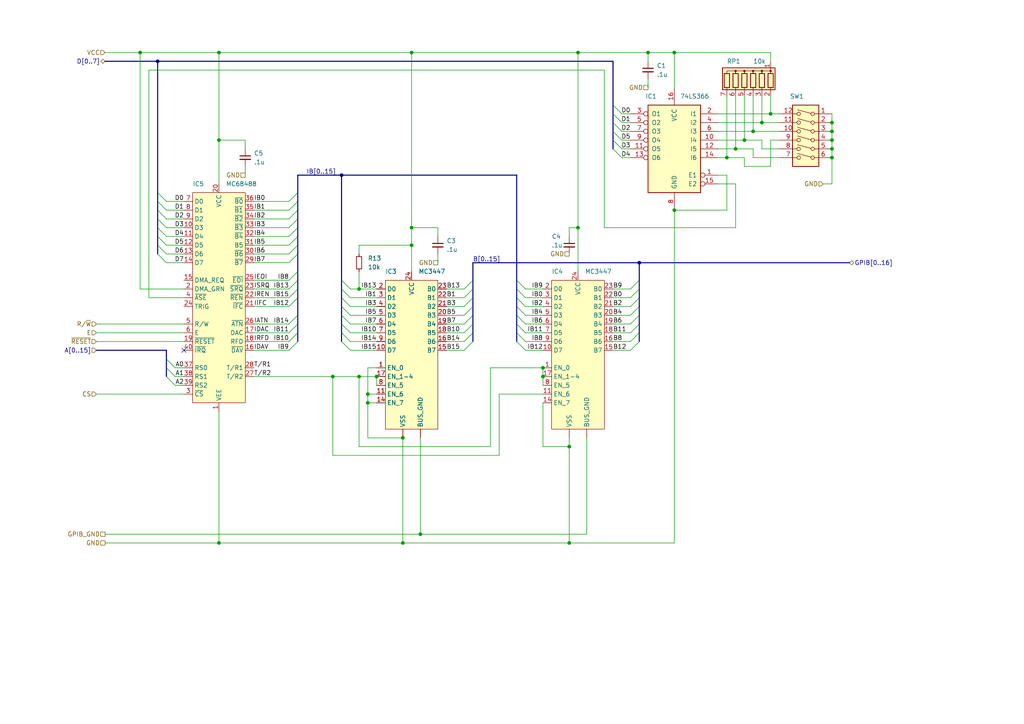
<source format=kicad_sch>
(kicad_sch (version 20211123) (generator eeschema)
  (paper "A4")
  (lib_symbols
    (symbol "74xx:74LS366" (pin_names (offset 1.016))
      (property "Reference" "U" (at -7.62 13.97 0))
      (property "Value" "74LS366" (at -7.62 -13.97 0))
      (symbol "74LS366_1_0"
        (pin input inverted (at -12.7 -7.62 0) (length 5.08) (name "E1") (number "1"))
        (pin input line (at -12.7 2.54 0) (length 5.08) (name "I4") (number "10"))
        (pin tri_state inverted (at 12.7 0 180) (length 5.08) (name "O5") (number "11"))
        (pin input line (at -12.7 0 0) (length 5.08) (name "I5") (number "12"))
        (pin tri_state inverted (at 12.7 -2.54 180) (length 5.08) (name "O6") (number "13"))
        (pin input line (at -12.7 -2.54 0) (length 5.08) (name "I6") (number "14"))
        (pin input inverted (at -12.7 -10.16 0) (length 5.08) (name "E2") (number "15"))
        (pin power_in line (at 0 17.78 270) (length 5.08) (name "VCC") (number "16"))
        (pin input line (at -12.7 10.16 0) (length 5.08) (name "I1") (number "2"))
        (pin tri_state inverted (at 12.7 10.16 180) (length 5.08) (name "O1") (number "3"))
        (pin input line (at -12.7 7.62 0) (length 5.08) (name "I2") (number "4"))
        (pin tri_state inverted (at 12.7 7.62 180) (length 5.08) (name "O2") (number "5"))
        (pin input line (at -12.7 5.08 0) (length 5.08) (name "I3") (number "6"))
        (pin tri_state inverted (at 12.7 5.08 180) (length 5.08) (name "O3") (number "7"))
        (pin power_in line (at 0 -17.78 90) (length 5.08) (name "GND") (number "8"))
        (pin tri_state inverted (at 12.7 2.54 180) (length 5.08) (name "O4") (number "9"))
      )
      (symbol "74LS366_1_1"
        (rectangle (start -7.62 12.7) (end 7.62 -12.7) (stroke (width 0.254)) (fill (type background)))
      )
    )
    (symbol "Custom:MC3447"
      (property "Reference" "U?" (at 12.7 0 0))
      (property "Value" "MC3447" (at 2.54 0 0))
      (symbol "MC3447_0_1"
        (rectangle (start 0 -2.54) (end 15.24 -45.72) (fill (type background)))
      )
      (symbol "MC3447_1_1"
        (pin input line (at 10.16 -48.26 90) (length 2.54) (name "BUS_GND") (number ""))
        (pin input line (at 5.08 -48.26 90) (length 2.54) (name "VSS") (number ""))
        (pin input line (at -2.54 -27.94 0) (length 2.54) (name "EN_0") (number "1"))
        (pin input line (at -2.54 -22.86 0) (length 2.54) (name "D7") (number "10"))
        (pin input line (at -2.54 -35.56 0) (length 2.54) (name "EN_6") (number "11"))
        (pin input line (at -2.54 -38.1 0) (length 2.54) (name "EN_7") (number "14"))
        (pin input line (at 17.78 -22.86 180) (length 2.54) (name "B7") (number "15"))
        (pin input line (at 17.78 -20.32 180) (length 2.54) (name "B6") (number "16"))
        (pin input line (at -2.54 -30.48 0) (length 2.54) (name "EN_1-4") (number "17"))
        (pin input line (at 17.78 -17.78 180) (length 2.54) (name "B5") (number "18"))
        (pin input line (at 17.78 -15.24 180) (length 2.54) (name "B4") (number "19"))
        (pin input line (at -2.54 -5.08 0) (length 2.54) (name "D0") (number "2"))
        (pin input line (at 17.78 -12.7 180) (length 2.54) (name "B3") (number "20"))
        (pin input line (at 17.78 -10.16 180) (length 2.54) (name "B2") (number "21"))
        (pin input line (at 17.78 -7.62 180) (length 2.54) (name "B1") (number "22"))
        (pin input line (at 17.78 -5.08 180) (length 2.54) (name "B0") (number "23"))
        (pin input line (at 7.62 0 270) (length 2.54) (name "VCC") (number "24"))
        (pin input line (at -2.54 -7.62 0) (length 2.54) (name "D1") (number "3"))
        (pin input line (at -2.54 -10.16 0) (length 2.54) (name "D2") (number "4"))
        (pin input line (at -2.54 -12.7 0) (length 2.54) (name "D3") (number "5"))
        (pin input line (at -2.54 -15.24 0) (length 2.54) (name "D4") (number "6"))
        (pin input line (at -2.54 -17.78 0) (length 2.54) (name "D5") (number "7"))
        (pin input line (at -2.54 -33.02 0) (length 2.54) (name "EN_5") (number "8"))
        (pin input line (at -2.54 -20.32 0) (length 2.54) (name "D6") (number "9"))
      )
    )
    (symbol "Custom:MC68488"
      (property "Reference" "U?" (at 12.7 0 0))
      (property "Value" "MC68488" (at 0 0 0))
      (symbol "MC68488_0_1"
        (rectangle (start 0 -2.54) (end 15.24 -63.5) (fill (type background)))
      )
      (symbol "MC68488_1_1"
        (pin input line (at 7.62 -66.04 90) (length 2.54) (name "VEE") (number "1"))
        (pin input line (at -2.54 -12.7 0) (length 2.54) (name "D3") (number "10"))
        (pin input line (at -2.54 -15.24 0) (length 2.54) (name "D4") (number "11"))
        (pin input line (at -2.54 -17.78 0) (length 2.54) (name "D5") (number "12"))
        (pin input line (at -2.54 -20.32 0) (length 2.54) (name "D6") (number "13"))
        (pin input line (at -2.54 -22.86 0) (length 2.54) (name "D7") (number "14"))
        (pin input line (at -2.54 -27.94 0) (length 2.54) (name "DMA_REQ") (number "15"))
        (pin input line (at 17.78 -48.26 180) (length 2.54) (name "~{DAV}") (number "16"))
        (pin input line (at 17.78 -43.18 180) (length 2.54) (name "DAC") (number "17"))
        (pin input line (at 17.78 -45.72 180) (length 2.54) (name "RFD") (number "18"))
        (pin input line (at -2.54 -45.72 0) (length 2.54) (name "~{RESET}") (number "19"))
        (pin input line (at -2.54 -30.48 0) (length 2.54) (name "DMA_GRN") (number "2"))
        (pin input line (at 7.62 0 270) (length 2.54) (name "VCC") (number "20"))
        (pin input line (at 17.78 -35.56 180) (length 2.54) (name "~{IFC}") (number "21"))
        (pin input line (at 17.78 -33.02 180) (length 2.54) (name "~{REN}") (number "22"))
        (pin input line (at 17.78 -30.48 180) (length 2.54) (name "~{SRQ}") (number "23"))
        (pin input line (at -2.54 -35.56 0) (length 2.54) (name "TRIG") (number "24"))
        (pin input line (at 17.78 -27.94 180) (length 2.54) (name "~{EOI}") (number "25"))
        (pin input line (at 17.78 -40.64 180) (length 2.54) (name "~{ATN}") (number "26"))
        (pin input line (at 17.78 -55.88 180) (length 2.54) (name "T/R2") (number "27"))
        (pin input line (at 17.78 -53.34 180) (length 2.54) (name "T/R1") (number "28"))
        (pin input line (at 17.78 -22.86 180) (length 2.54) (name "~{B7}") (number "29"))
        (pin input line (at -2.54 -60.96 0) (length 2.54) (name "~{CS}") (number "3"))
        (pin input line (at 17.78 -20.32 180) (length 2.54) (name "~{B6}") (number "30"))
        (pin input line (at 17.78 -17.78 180) (length 2.54) (name "~{}B5") (number "31"))
        (pin input line (at 17.78 -15.24 180) (length 2.54) (name "~{B4}") (number "32"))
        (pin input line (at 17.78 -12.7 180) (length 2.54) (name "~{B3}") (number "33"))
        (pin input line (at 17.78 -10.16 180) (length 2.54) (name "~{B2}") (number "34"))
        (pin input line (at 17.78 -7.62 180) (length 2.54) (name "~{B1}") (number "35"))
        (pin input line (at 17.78 -5.08 180) (length 2.54) (name "~{B0}") (number "36"))
        (pin input line (at -2.54 -53.34 0) (length 2.54) (name "RS0") (number "37"))
        (pin input line (at -2.54 -55.88 0) (length 2.54) (name "RS1") (number "38"))
        (pin input line (at -2.54 -58.42 0) (length 2.54) (name "RS2") (number "39"))
        (pin input line (at -2.54 -33.02 0) (length 2.54) (name "~{ASE}") (number "4"))
        (pin input line (at -2.54 -48.26 0) (length 2.54) (name "~{IRQ}") (number "40"))
        (pin input line (at -2.54 -40.64 0) (length 2.54) (name "R/W") (number "5"))
        (pin input line (at -2.54 -43.18 0) (length 2.54) (name "E") (number "6"))
        (pin input line (at -2.54 -5.08 0) (length 2.54) (name "D0") (number "7"))
        (pin input line (at -2.54 -7.62 0) (length 2.54) (name "D1") (number "8"))
        (pin input line (at -2.54 -10.16 0) (length 2.54) (name "D2") (number "9"))
      )
    )
    (symbol "Device:C_Small" (pin_numbers hide) (pin_names (offset 0.254) hide)
      (property "Reference" "C" (at 0.254 1.778 0))
      (property "Value" "C_Small" (at 0.254 -2.032 0))
      (symbol "C_Small_0_1"
        (polyline (pts (xy -1.524 -0.508) (xy 1.524 -0.508)) (stroke (width 0.3302)))
        (polyline (pts (xy -1.524 0.508) (xy 1.524 0.508)) (stroke (width 0.3048)))
      )
      (symbol "C_Small_1_1"
        (pin passive line (at 0 2.54 270) (length 2.032) (name "~") (number "1"))
        (pin passive line (at 0 -2.54 90) (length 2.032) (name "~") (number "2"))
      )
    )
    (symbol "Device:R_Network06" (pin_names (offset 0) hide)
      (property "Reference" "RN" (at -10.16 0 90))
      (property "Value" "R_Network06" (at 7.62 0 90))
      (symbol "R_Network06_0_1"
        (rectangle (start -8.89 -3.175) (end 6.35 3.175) (stroke (width 0.254)) (fill (type background)))
        (rectangle (start -8.382 1.524) (end -6.858 -2.54) (stroke (width 0.254)))
        (circle (center -7.62 2.286) (radius 0.254) (fill (type outline)))
        (rectangle (start -5.842 1.524) (end -4.318 -2.54) (stroke (width 0.254)))
        (circle (center -5.08 2.286) (radius 0.254) (fill (type outline)))
        (rectangle (start -3.302 1.524) (end -1.778 -2.54) (stroke (width 0.254)))
        (circle (center -2.54 2.286) (radius 0.254) (fill (type outline)))
        (rectangle (start -0.762 1.524) (end 0.762 -2.54) (stroke (width 0.254)))
        (polyline (pts (xy -7.62 -2.54) (xy -7.62 -3.81)))
        (polyline (pts (xy -5.08 -2.54) (xy -5.08 -3.81)))
        (polyline (pts (xy -2.54 -2.54) (xy -2.54 -3.81)))
        (polyline (pts (xy 0 -2.54) (xy 0 -3.81)))
        (polyline (pts (xy 2.54 -2.54) (xy 2.54 -3.81)))
        (polyline (pts (xy 5.08 -2.54) (xy 5.08 -3.81)))
        (polyline (pts (xy -7.62 1.524) (xy -7.62 2.286) (xy -5.08 2.286) (xy -5.08 1.524)))
        (polyline (pts (xy -5.08 1.524) (xy -5.08 2.286) (xy -2.54 2.286) (xy -2.54 1.524)))
        (polyline (pts (xy -2.54 1.524) (xy -2.54 2.286) (xy 0 2.286) (xy 0 1.524)))
        (polyline (pts (xy 0 1.524) (xy 0 2.286) (xy 2.54 2.286) (xy 2.54 1.524)))
        (polyline (pts (xy 2.54 1.524) (xy 2.54 2.286) (xy 5.08 2.286) (xy 5.08 1.524)))
        (circle (center 0 2.286) (radius 0.254) (fill (type outline)))
        (rectangle (start 1.778 1.524) (end 3.302 -2.54) (stroke (width 0.254)))
        (circle (center 2.54 2.286) (radius 0.254) (fill (type outline)))
        (rectangle (start 4.318 1.524) (end 5.842 -2.54) (stroke (width 0.254)))
      )
      (symbol "R_Network06_1_1"
        (pin passive line (at -7.62 5.08 270) (length 2.54) (name "common") (number "1"))
        (pin passive line (at -7.62 -5.08 90) (length 1.27) (name "R1") (number "2"))
        (pin passive line (at -5.08 -5.08 90) (length 1.27) (name "R2") (number "3"))
        (pin passive line (at -2.54 -5.08 90) (length 1.27) (name "R3") (number "4"))
        (pin passive line (at 0 -5.08 90) (length 1.27) (name "R4") (number "5"))
        (pin passive line (at 2.54 -5.08 90) (length 1.27) (name "R5") (number "6"))
        (pin passive line (at 5.08 -5.08 90) (length 1.27) (name "R6") (number "7"))
      )
    )
    (symbol "Device:R_Small" (pin_numbers hide) (pin_names (offset 0.254) hide)
      (property "Reference" "R" (at 0.762 0.508 0))
      (property "Value" "R_Small" (at 0.762 -1.016 0))
      (symbol "R_Small_0_1"
        (rectangle (start -0.762 1.778) (end 0.762 -1.778) (stroke (width 0.2032)))
      )
      (symbol "R_Small_1_1"
        (pin passive line (at 0 2.54 270) (length 0.762) (name "~") (number "1"))
        (pin passive line (at 0 -2.54 90) (length 0.762) (name "~") (number "2"))
      )
    )
    (symbol "Switch:SW_DIP_x06" (pin_names (offset 0) hide)
      (property "Reference" "SW" (at 0 11.43 0))
      (property "Value" "SW_DIP_x06" (at 0 -8.89 0))
      (symbol "SW_DIP_x06_0_0"
        (circle (center -2.032 -5.08) (radius 0.508))
        (circle (center -2.032 -2.54) (radius 0.508))
        (circle (center -2.032 0) (radius 0.508))
        (circle (center -2.032 2.54) (radius 0.508))
        (circle (center -2.032 5.08) (radius 0.508))
        (circle (center -2.032 7.62) (radius 0.508))
        (polyline (pts (xy -1.524 -4.9276) (xy 2.3622 -3.8862)))
        (polyline (pts (xy -1.524 -2.3876) (xy 2.3622 -1.3462)))
        (polyline (pts (xy -1.524 0.127) (xy 2.3622 1.1684)))
        (polyline (pts (xy -1.524 2.667) (xy 2.3622 3.7084)))
        (polyline (pts (xy -1.524 5.207) (xy 2.3622 6.2484)))
        (polyline (pts (xy -1.524 7.747) (xy 2.3622 8.7884)))
        (circle (center 2.032 -5.08) (radius 0.508))
        (circle (center 2.032 -2.54) (radius 0.508))
        (circle (center 2.032 0) (radius 0.508))
        (circle (center 2.032 2.54) (radius 0.508))
        (circle (center 2.032 5.08) (radius 0.508))
        (circle (center 2.032 7.62) (radius 0.508))
      )
      (symbol "SW_DIP_x06_0_1"
        (rectangle (start -3.81 10.16) (end 3.81 -7.62) (stroke (width 0.254)) (fill (type background)))
      )
      (symbol "SW_DIP_x06_1_1"
        (pin passive line (at -7.62 7.62 0) (length 5.08) (name "~") (number "1"))
        (pin passive line (at 7.62 2.54 180) (length 5.08) (name "~") (number "10"))
        (pin passive line (at 7.62 5.08 180) (length 5.08) (name "~") (number "11"))
        (pin passive line (at 7.62 7.62 180) (length 5.08) (name "~") (number "12"))
        (pin passive line (at -7.62 5.08 0) (length 5.08) (name "~") (number "2"))
        (pin passive line (at -7.62 2.54 0) (length 5.08) (name "~") (number "3"))
        (pin passive line (at -7.62 0 0) (length 5.08) (name "~") (number "4"))
        (pin passive line (at -7.62 -2.54 0) (length 5.08) (name "~") (number "5"))
        (pin passive line (at -7.62 -5.08 0) (length 5.08) (name "~") (number "6"))
        (pin passive line (at 7.62 -5.08 180) (length 5.08) (name "~") (number "7"))
        (pin passive line (at 7.62 -2.54 180) (length 5.08) (name "~") (number "8"))
        (pin passive line (at 7.62 0 180) (length 5.08) (name "~") (number "9"))
      )
    )
  )
  (junction (at 121.92 154.94))
  (junction (at 241.3 43.18))
  (junction (at 167.64 15.24))
  (junction (at 213.36 43.18))
  (junction (at 119.38 71.12))
  (junction (at 116.84 157.48))
  (junction (at 119.38 15.24))
  (junction (at 157.48 106.68))
  (junction (at 241.3 35.56))
  (junction (at 187.96 15.24))
  (junction (at 241.3 40.64))
  (junction (at 104.14 83.82))
  (junction (at 96.52 109.22))
  (junction (at 185.42 76.2))
  (junction (at 195.58 60.96))
  (junction (at 215.9 40.64))
  (junction (at 63.5 15.24))
  (junction (at 167.64 66.04))
  (junction (at 63.5 157.48))
  (junction (at 195.58 15.24))
  (junction (at 119.38 66.04))
  (junction (at 40.64 15.24))
  (junction (at 106.68 114.3))
  (junction (at 45.72 17.78))
  (junction (at 165.1 157.48))
  (junction (at 63.5 40.64))
  (junction (at 99.06 50.8))
  (junction (at 220.98 35.56))
  (junction (at 116.84 127))
  (junction (at 210.82 45.72))
  (junction (at 218.44 38.1))
  (junction (at 223.52 33.02))
  (junction (at 109.22 109.22))
  (junction (at 157.48 109.22))
  (junction (at 241.3 38.1))
  (junction (at 104.14 109.22))
  (junction (at 241.3 45.72))
  (junction (at 165.1 129.54))
  (junction (at 106.68 116.84))
  (no_connect (at 53.34 101.6))
  (bus_entry (at 177.8 30.48) (size 2.54 2.54))
  (bus_entry (at 177.8 33.02) (size 2.54 2.54))
  (bus_entry (at 177.8 35.56) (size 2.54 2.54))
  (bus_entry (at 177.8 40.64) (size 2.54 2.54))
  (bus_entry (at 177.8 43.18) (size 2.54 2.54))
  (bus_entry (at 177.8 38.1) (size 2.54 2.54))
  (bus_entry (at 48.26 109.22) (size 2.54 2.54))
  (bus_entry (at 48.26 104.14) (size 2.54 2.54))
  (bus_entry (at 48.26 106.68) (size 2.54 2.54))
  (bus_entry (at 45.72 71.12) (size 2.54 2.54))
  (bus_entry (at 45.72 73.66) (size 2.54 2.54))
  (bus_entry (at 45.72 68.58) (size 2.54 2.54))
  (bus_entry (at 45.72 58.42) (size 2.54 2.54))
  (bus_entry (at 45.72 60.96) (size 2.54 2.54))
  (bus_entry (at 45.72 63.5) (size 2.54 2.54))
  (bus_entry (at 45.72 66.04) (size 2.54 2.54))
  (bus_entry (at 45.72 55.88) (size 2.54 2.54))
  (bus_entry (at 149.86 88.9) (size 2.54 2.54))
  (bus_entry (at 149.86 91.44) (size 2.54 2.54))
  (bus_entry (at 149.86 93.98) (size 2.54 2.54))
  (bus_entry (at 149.86 96.52) (size 2.54 2.54))
  (bus_entry (at 149.86 99.06) (size 2.54 2.54))
  (bus_entry (at 149.86 81.28) (size 2.54 2.54))
  (bus_entry (at 99.06 81.28) (size 2.54 2.54))
  (bus_entry (at 99.06 83.82) (size 2.54 2.54))
  (bus_entry (at 149.86 83.82) (size 2.54 2.54))
  (bus_entry (at 149.86 86.36) (size 2.54 2.54))
  (bus_entry (at 99.06 93.98) (size 2.54 2.54))
  (bus_entry (at 99.06 86.36) (size 2.54 2.54))
  (bus_entry (at 99.06 88.9) (size 2.54 2.54))
  (bus_entry (at 99.06 91.44) (size 2.54 2.54))
  (bus_entry (at 99.06 96.52) (size 2.54 2.54))
  (bus_entry (at 99.06 99.06) (size 2.54 2.54))
  (bus_entry (at 86.36 73.66) (size -2.54 2.54))
  (bus_entry (at 86.36 68.58) (size -2.54 2.54))
  (bus_entry (at 86.36 66.04) (size -2.54 2.54))
  (bus_entry (at 86.36 71.12) (size -2.54 2.54))
  (bus_entry (at 86.36 86.36) (size -2.54 2.54))
  (bus_entry (at 86.36 78.74) (size -2.54 2.54))
  (bus_entry (at 86.36 81.28) (size -2.54 2.54))
  (bus_entry (at 86.36 83.82) (size -2.54 2.54))
  (bus_entry (at 86.36 58.42) (size -2.54 2.54))
  (bus_entry (at 86.36 60.96) (size -2.54 2.54))
  (bus_entry (at 86.36 55.88) (size -2.54 2.54))
  (bus_entry (at 86.36 63.5) (size -2.54 2.54))
  (bus_entry (at 86.36 96.52) (size -2.54 2.54))
  (bus_entry (at 86.36 99.06) (size -2.54 2.54))
  (bus_entry (at 86.36 93.98) (size -2.54 2.54))
  (bus_entry (at 86.36 91.44) (size -2.54 2.54))
  (bus_entry (at 182.88 99.06) (size 2.54 -2.54))
  (bus_entry (at 134.62 83.82) (size 2.54 -2.54))
  (bus_entry (at 134.62 86.36) (size 2.54 -2.54))
  (bus_entry (at 134.62 88.9) (size 2.54 -2.54))
  (bus_entry (at 134.62 91.44) (size 2.54 -2.54))
  (bus_entry (at 134.62 93.98) (size 2.54 -2.54))
  (bus_entry (at 134.62 96.52) (size 2.54 -2.54))
  (bus_entry (at 134.62 99.06) (size 2.54 -2.54))
  (bus_entry (at 134.62 101.6) (size 2.54 -2.54))
  (bus_entry (at 182.88 91.44) (size 2.54 -2.54))
  (bus_entry (at 182.88 93.98) (size 2.54 -2.54))
  (bus_entry (at 182.88 96.52) (size 2.54 -2.54))
  (bus_entry (at 182.88 101.6) (size 2.54 -2.54))
  (bus_entry (at 182.88 83.82) (size 2.54 -2.54))
  (bus_entry (at 182.88 86.36) (size 2.54 -2.54))
  (bus_entry (at 182.88 88.9) (size 2.54 -2.54))
  (bus (pts (xy 149.86 81.28) (xy 149.86 83.82)))
  (wire (pts (xy 43.18 86.36) (xy 53.34 86.36)))
  (bus (pts (xy 185.42 91.44) (xy 185.42 93.98)))
  (wire (pts (xy 127 68.58) (xy 127 66.04)))
  (wire (pts (xy 220.98 43.18) (xy 220.98 40.64)))
  (wire (pts (xy 241.3 40.64) (xy 241.3 43.18)))
  (wire (pts (xy 96.52 132.08) (xy 96.52 109.22)))
  (wire (pts (xy 165.1 157.48) (xy 195.58 157.48)))
  (wire (pts (xy 104.14 83.82) (xy 109.22 83.82)))
  (wire (pts (xy 73.66 68.58) (xy 83.82 68.58)))
  (wire (pts (xy 48.26 58.42) (xy 53.34 58.42)))
  (wire (pts (xy 177.8 101.6) (xy 182.88 101.6)))
  (wire (pts (xy 73.66 99.06) (xy 83.82 99.06)))
  (bus (pts (xy 99.06 81.28) (xy 99.06 83.82)))
  (wire (pts (xy 152.4 86.36) (xy 157.48 86.36)))
  (wire (pts (xy 116.84 127) (xy 116.84 157.48)))
  (wire (pts (xy 129.54 101.6) (xy 134.62 101.6)))
  (wire (pts (xy 119.38 15.24) (xy 119.38 66.04)))
  (bus (pts (xy 86.36 73.66) (xy 86.36 78.74)))
  (wire (pts (xy 175.26 66.04) (xy 213.36 66.04)))
  (bus (pts (xy 45.72 68.58) (xy 45.72 71.12)))
  (wire (pts (xy 210.82 50.8) (xy 210.82 60.96)))
  (bus (pts (xy 86.36 91.44) (xy 86.36 93.98)))
  (wire (pts (xy 127 76.2) (xy 127 73.66)))
  (bus (pts (xy 99.06 96.52) (xy 99.06 99.06)))
  (bus (pts (xy 86.36 60.96) (xy 86.36 63.5)))
  (wire (pts (xy 223.52 33.02) (xy 208.28 33.02)))
  (bus (pts (xy 137.16 76.2) (xy 137.16 81.28)))
  (bus (pts (xy 149.86 86.36) (xy 149.86 88.9)))
  (wire (pts (xy 165.1 66.04) (xy 165.1 68.58)))
  (wire (pts (xy 220.98 40.64) (xy 215.9 40.64)))
  (wire (pts (xy 157.48 106.68) (xy 157.48 109.22)))
  (wire (pts (xy 195.58 60.96) (xy 195.58 157.48)))
  (wire (pts (xy 104.14 109.22) (xy 109.22 109.22)))
  (wire (pts (xy 63.5 40.64) (xy 71.12 40.64)))
  (wire (pts (xy 104.14 71.12) (xy 119.38 71.12)))
  (wire (pts (xy 101.6 86.36) (xy 109.22 86.36)))
  (wire (pts (xy 73.66 86.36) (xy 83.82 86.36)))
  (wire (pts (xy 218.44 45.72) (xy 218.44 43.18)))
  (bus (pts (xy 149.86 88.9) (xy 149.86 91.44)))
  (bus (pts (xy 185.42 76.2) (xy 185.42 81.28)))
  (wire (pts (xy 213.36 66.04) (xy 213.36 53.34)))
  (wire (pts (xy 73.66 81.28) (xy 83.82 81.28)))
  (wire (pts (xy 121.92 154.94) (xy 170.18 154.94)))
  (wire (pts (xy 215.9 27.94) (xy 215.9 40.64)))
  (wire (pts (xy 167.64 15.24) (xy 187.96 15.24)))
  (wire (pts (xy 129.54 93.98) (xy 134.62 93.98)))
  (wire (pts (xy 180.34 35.56) (xy 182.88 35.56)))
  (wire (pts (xy 101.6 91.44) (xy 109.22 91.44)))
  (bus (pts (xy 86.36 81.28) (xy 86.36 83.82)))
  (wire (pts (xy 129.54 99.06) (xy 134.62 99.06)))
  (wire (pts (xy 129.54 86.36) (xy 134.62 86.36)))
  (wire (pts (xy 129.54 83.82) (xy 134.62 83.82)))
  (wire (pts (xy 106.68 116.84) (xy 106.68 127)))
  (bus (pts (xy 45.72 17.78) (xy 45.72 55.88)))
  (wire (pts (xy 177.8 96.52) (xy 182.88 96.52)))
  (wire (pts (xy 27.94 114.3) (xy 53.34 114.3)))
  (wire (pts (xy 223.52 48.26) (xy 215.9 48.26)))
  (bus (pts (xy 86.36 93.98) (xy 86.36 96.52)))
  (wire (pts (xy 177.8 88.9) (xy 182.88 88.9)))
  (wire (pts (xy 101.6 88.9) (xy 109.22 88.9)))
  (bus (pts (xy 27.94 101.6) (xy 48.26 101.6)))
  (wire (pts (xy 238.76 53.34) (xy 241.3 53.34)))
  (bus (pts (xy 45.72 66.04) (xy 45.72 68.58)))
  (wire (pts (xy 40.64 15.24) (xy 63.5 15.24)))
  (bus (pts (xy 177.8 40.64) (xy 177.8 38.1)))
  (bus (pts (xy 99.06 50.8) (xy 99.06 81.28)))
  (bus (pts (xy 99.06 50.8) (xy 149.86 50.8)))
  (wire (pts (xy 187.96 15.24) (xy 187.96 17.78)))
  (wire (pts (xy 101.6 99.06) (xy 109.22 99.06)))
  (bus (pts (xy 86.36 55.88) (xy 86.36 58.42)))
  (bus (pts (xy 99.06 86.36) (xy 99.06 88.9)))
  (wire (pts (xy 226.06 45.72) (xy 218.44 45.72)))
  (wire (pts (xy 165.1 66.04) (xy 167.64 66.04)))
  (wire (pts (xy 73.66 88.9) (xy 83.82 88.9)))
  (wire (pts (xy 142.24 129.54) (xy 104.14 129.54)))
  (wire (pts (xy 73.66 101.6) (xy 83.82 101.6)))
  (bus (pts (xy 149.86 50.8) (xy 149.86 81.28)))
  (wire (pts (xy 208.28 53.34) (xy 213.36 53.34)))
  (wire (pts (xy 144.78 114.3) (xy 144.78 132.08)))
  (wire (pts (xy 119.38 66.04) (xy 119.38 71.12)))
  (bus (pts (xy 99.06 93.98) (xy 99.06 96.52)))
  (wire (pts (xy 48.26 76.2) (xy 53.34 76.2)))
  (bus (pts (xy 185.42 96.52) (xy 185.42 99.06)))
  (wire (pts (xy 208.28 50.8) (xy 210.82 50.8)))
  (wire (pts (xy 73.66 58.42) (xy 83.82 58.42)))
  (wire (pts (xy 177.8 93.98) (xy 182.88 93.98)))
  (wire (pts (xy 175.26 20.32) (xy 175.26 66.04)))
  (wire (pts (xy 129.54 96.52) (xy 134.62 96.52)))
  (wire (pts (xy 73.66 71.12) (xy 83.82 71.12)))
  (bus (pts (xy 45.72 63.5) (xy 45.72 66.04)))
  (wire (pts (xy 106.68 116.84) (xy 109.22 116.84)))
  (wire (pts (xy 119.38 71.12) (xy 119.38 78.74)))
  (bus (pts (xy 137.16 83.82) (xy 137.16 86.36)))
  (wire (pts (xy 152.4 93.98) (xy 157.48 93.98)))
  (bus (pts (xy 45.72 58.42) (xy 45.72 60.96)))
  (wire (pts (xy 121.92 127) (xy 121.92 154.94)))
  (wire (pts (xy 101.6 96.52) (xy 109.22 96.52)))
  (wire (pts (xy 215.9 40.64) (xy 208.28 40.64)))
  (wire (pts (xy 104.14 109.22) (xy 104.14 129.54)))
  (wire (pts (xy 73.66 63.5) (xy 83.82 63.5)))
  (wire (pts (xy 73.66 73.66) (xy 83.82 73.66)))
  (wire (pts (xy 226.06 43.18) (xy 220.98 43.18)))
  (wire (pts (xy 48.26 60.96) (xy 53.34 60.96)))
  (bus (pts (xy 86.36 78.74) (xy 86.36 81.28)))
  (bus (pts (xy 185.42 83.82) (xy 185.42 86.36)))
  (wire (pts (xy 40.64 15.24) (xy 40.64 83.82)))
  (wire (pts (xy 180.34 33.02) (xy 182.88 33.02)))
  (bus (pts (xy 45.72 71.12) (xy 45.72 73.66)))
  (wire (pts (xy 106.68 127) (xy 116.84 127)))
  (wire (pts (xy 220.98 35.56) (xy 208.28 35.56)))
  (bus (pts (xy 185.42 81.28) (xy 185.42 83.82)))
  (wire (pts (xy 187.96 25.4) (xy 187.96 22.86)))
  (wire (pts (xy 63.5 15.24) (xy 119.38 15.24)))
  (wire (pts (xy 220.98 27.94) (xy 220.98 35.56)))
  (bus (pts (xy 86.36 63.5) (xy 86.36 66.04)))
  (wire (pts (xy 180.34 45.72) (xy 182.88 45.72)))
  (wire (pts (xy 152.4 91.44) (xy 157.48 91.44)))
  (wire (pts (xy 73.66 76.2) (xy 83.82 76.2)))
  (wire (pts (xy 152.4 88.9) (xy 157.48 88.9)))
  (wire (pts (xy 48.26 73.66) (xy 53.34 73.66)))
  (wire (pts (xy 71.12 50.8) (xy 71.12 48.26)))
  (bus (pts (xy 99.06 83.82) (xy 99.06 86.36)))
  (bus (pts (xy 177.8 43.18) (xy 177.8 40.64)))
  (wire (pts (xy 119.38 15.24) (xy 167.64 15.24)))
  (wire (pts (xy 157.48 109.22) (xy 157.48 111.76)))
  (wire (pts (xy 177.8 86.36) (xy 182.88 86.36)))
  (wire (pts (xy 152.4 101.6) (xy 157.48 101.6)))
  (wire (pts (xy 177.8 99.06) (xy 182.88 99.06)))
  (wire (pts (xy 180.34 43.18) (xy 182.88 43.18)))
  (wire (pts (xy 241.3 45.72) (xy 241.3 53.34)))
  (bus (pts (xy 86.36 66.04) (xy 86.36 68.58)))
  (wire (pts (xy 101.6 93.98) (xy 109.22 93.98)))
  (bus (pts (xy 177.8 35.56) (xy 177.8 33.02)))
  (wire (pts (xy 27.94 99.06) (xy 53.34 99.06)))
  (wire (pts (xy 73.66 96.52) (xy 83.82 96.52)))
  (wire (pts (xy 213.36 27.94) (xy 213.36 43.18)))
  (wire (pts (xy 226.06 40.64) (xy 223.52 40.64)))
  (bus (pts (xy 86.36 86.36) (xy 86.36 91.44)))
  (wire (pts (xy 30.48 154.94) (xy 121.92 154.94)))
  (wire (pts (xy 215.9 48.26) (xy 215.9 45.72)))
  (wire (pts (xy 73.66 109.22) (xy 96.52 109.22)))
  (wire (pts (xy 157.48 129.54) (xy 165.1 129.54)))
  (bus (pts (xy 149.86 91.44) (xy 149.86 93.98)))
  (wire (pts (xy 101.6 83.82) (xy 104.14 83.82)))
  (wire (pts (xy 48.26 71.12) (xy 53.34 71.12)))
  (bus (pts (xy 86.36 50.8) (xy 86.36 55.88)))
  (wire (pts (xy 144.78 132.08) (xy 96.52 132.08)))
  (bus (pts (xy 177.8 30.48) (xy 177.8 17.78)))
  (wire (pts (xy 223.52 40.64) (xy 223.52 48.26)))
  (wire (pts (xy 27.94 96.52) (xy 53.34 96.52)))
  (wire (pts (xy 218.44 27.94) (xy 218.44 38.1)))
  (bus (pts (xy 137.16 96.52) (xy 137.16 99.06)))
  (wire (pts (xy 101.6 101.6) (xy 109.22 101.6)))
  (wire (pts (xy 210.82 45.72) (xy 208.28 45.72)))
  (wire (pts (xy 50.8 106.68) (xy 53.34 106.68)))
  (bus (pts (xy 177.8 38.1) (xy 177.8 35.56)))
  (wire (pts (xy 116.84 157.48) (xy 165.1 157.48)))
  (wire (pts (xy 73.66 66.04) (xy 83.82 66.04)))
  (bus (pts (xy 149.86 83.82) (xy 149.86 86.36)))
  (wire (pts (xy 213.36 43.18) (xy 208.28 43.18)))
  (wire (pts (xy 43.18 20.32) (xy 43.18 86.36)))
  (bus (pts (xy 99.06 91.44) (xy 99.06 93.98)))
  (wire (pts (xy 71.12 43.18) (xy 71.12 40.64)))
  (bus (pts (xy 149.86 93.98) (xy 149.86 96.52)))
  (wire (pts (xy 167.64 15.24) (xy 167.64 66.04)))
  (bus (pts (xy 48.26 106.68) (xy 48.26 109.22)))
  (wire (pts (xy 241.3 33.02) (xy 241.3 35.56)))
  (bus (pts (xy 86.36 50.8) (xy 99.06 50.8)))
  (wire (pts (xy 241.3 38.1) (xy 241.3 40.64)))
  (wire (pts (xy 129.54 91.44) (xy 134.62 91.44)))
  (wire (pts (xy 48.26 68.58) (xy 53.34 68.58)))
  (wire (pts (xy 223.52 15.24) (xy 223.52 17.78)))
  (wire (pts (xy 170.18 127) (xy 170.18 154.94)))
  (bus (pts (xy 177.8 33.02) (xy 177.8 30.48)))
  (wire (pts (xy 167.64 66.04) (xy 167.64 78.74)))
  (wire (pts (xy 43.18 20.32) (xy 175.26 20.32)))
  (wire (pts (xy 142.24 106.68) (xy 142.24 129.54)))
  (bus (pts (xy 86.36 83.82) (xy 86.36 86.36)))
  (wire (pts (xy 48.26 66.04) (xy 53.34 66.04)))
  (wire (pts (xy 165.1 129.54) (xy 165.1 157.48)))
  (wire (pts (xy 180.34 38.1) (xy 182.88 38.1)))
  (bus (pts (xy 30.48 17.78) (xy 45.72 17.78)))
  (wire (pts (xy 177.8 91.44) (xy 182.88 91.44)))
  (wire (pts (xy 195.58 15.24) (xy 195.58 25.4)))
  (bus (pts (xy 86.36 71.12) (xy 86.36 73.66)))
  (bus (pts (xy 48.26 101.6) (xy 48.26 104.14)))
  (bus (pts (xy 185.42 76.2) (xy 246.38 76.2)))
  (wire (pts (xy 187.96 15.24) (xy 195.58 15.24)))
  (wire (pts (xy 73.66 93.98) (xy 83.82 93.98)))
  (bus (pts (xy 45.72 60.96) (xy 45.72 63.5)))
  (bus (pts (xy 99.06 88.9) (xy 99.06 91.44)))
  (wire (pts (xy 223.52 27.94) (xy 223.52 33.02)))
  (wire (pts (xy 106.68 114.3) (xy 109.22 114.3)))
  (wire (pts (xy 48.26 63.5) (xy 53.34 63.5)))
  (wire (pts (xy 50.8 111.76) (xy 53.34 111.76)))
  (bus (pts (xy 45.72 55.88) (xy 45.72 58.42)))
  (wire (pts (xy 40.64 83.82) (xy 53.34 83.82)))
  (wire (pts (xy 63.5 157.48) (xy 116.84 157.48)))
  (wire (pts (xy 226.06 38.1) (xy 218.44 38.1)))
  (bus (pts (xy 137.16 91.44) (xy 137.16 93.98)))
  (wire (pts (xy 63.5 40.64) (xy 63.5 53.34)))
  (wire (pts (xy 63.5 119.38) (xy 63.5 157.48)))
  (bus (pts (xy 137.16 86.36) (xy 137.16 88.9)))
  (wire (pts (xy 157.48 116.84) (xy 157.48 129.54)))
  (wire (pts (xy 50.8 109.22) (xy 53.34 109.22)))
  (wire (pts (xy 210.82 27.94) (xy 210.82 45.72)))
  (wire (pts (xy 218.44 43.18) (xy 213.36 43.18)))
  (bus (pts (xy 86.36 58.42) (xy 86.36 60.96)))
  (wire (pts (xy 109.22 109.22) (xy 109.22 111.76)))
  (bus (pts (xy 185.42 88.9) (xy 185.42 91.44)))
  (wire (pts (xy 104.14 71.12) (xy 104.14 73.66)))
  (wire (pts (xy 106.68 114.3) (xy 106.68 116.84)))
  (wire (pts (xy 104.14 78.74) (xy 104.14 83.82)))
  (wire (pts (xy 109.22 106.68) (xy 106.68 106.68)))
  (bus (pts (xy 137.16 81.28) (xy 137.16 83.82)))
  (bus (pts (xy 45.72 17.78) (xy 177.8 17.78)))
  (wire (pts (xy 152.4 96.52) (xy 157.48 96.52)))
  (bus (pts (xy 149.86 96.52) (xy 149.86 99.06)))
  (wire (pts (xy 152.4 99.06) (xy 157.48 99.06)))
  (bus (pts (xy 185.42 86.36) (xy 185.42 88.9)))
  (bus (pts (xy 48.26 104.14) (xy 48.26 106.68)))
  (wire (pts (xy 215.9 45.72) (xy 210.82 45.72)))
  (wire (pts (xy 177.8 83.82) (xy 182.88 83.82)))
  (wire (pts (xy 27.94 93.98) (xy 53.34 93.98)))
  (wire (pts (xy 73.66 83.82) (xy 83.82 83.82)))
  (wire (pts (xy 241.3 35.56) (xy 241.3 38.1)))
  (wire (pts (xy 226.06 33.02) (xy 223.52 33.02)))
  (wire (pts (xy 157.48 106.68) (xy 142.24 106.68)))
  (wire (pts (xy 210.82 60.96) (xy 195.58 60.96)))
  (wire (pts (xy 195.58 15.24) (xy 223.52 15.24)))
  (bus (pts (xy 137.16 88.9) (xy 137.16 91.44)))
  (bus (pts (xy 185.42 93.98) (xy 185.42 96.52)))
  (wire (pts (xy 30.48 157.48) (xy 63.5 157.48)))
  (wire (pts (xy 218.44 38.1) (xy 208.28 38.1)))
  (wire (pts (xy 73.66 60.96) (xy 83.82 60.96)))
  (wire (pts (xy 241.3 43.18) (xy 241.3 45.72)))
  (wire (pts (xy 119.38 66.04) (xy 127 66.04)))
  (bus (pts (xy 86.36 96.52) (xy 86.36 99.06)))
  (wire (pts (xy 165.1 127) (xy 165.1 129.54)))
  (wire (pts (xy 30.48 15.24) (xy 40.64 15.24)))
  (wire (pts (xy 129.54 88.9) (xy 134.62 88.9)))
  (wire (pts (xy 226.06 35.56) (xy 220.98 35.56)))
  (wire (pts (xy 96.52 109.22) (xy 104.14 109.22)))
  (wire (pts (xy 152.4 83.82) (xy 157.48 83.82)))
  (bus (pts (xy 86.36 68.58) (xy 86.36 71.12)))
  (wire (pts (xy 180.34 40.64) (xy 182.88 40.64)))
  (bus (pts (xy 137.16 93.98) (xy 137.16 96.52)))
  (wire (pts (xy 106.68 106.68) (xy 106.68 114.3)))
  (wire (pts (xy 63.5 15.24) (xy 63.5 40.64)))
  (wire (pts (xy 157.48 114.3) (xy 144.78 114.3)))
  (bus (pts (xy 185.42 76.2) (xy 137.16 76.2)))
  (label "IB0" (at 73.66 58.42 0))
  (label "B0" (at 177.8 86.36 0))
  (label "IB14" (at 109.22 99.06 180))
  (label "IB3" (at 109.22 88.9 180))
  (label "B13" (at 129.54 83.82 0))
  (label "D0" (at 182.88 33.02 180))
  (label "B1" (at 129.54 86.36 0))
  (label "T{slash}R2" (at 73.66 109.22 0))
  (label "B10" (at 129.54 96.52 0))
  (label "IRFD" (at 73.66 99.06 0))
  (label "B2" (at 177.8 88.9 0))
  (label "B[0..15]" (at 137.16 76.2 0))
  (label "IB14" (at 83.82 93.98 180))
  (label "B8" (at 177.8 99.06 0))
  (label "D0" (at 53.34 58.42 180))
  (label "IB1" (at 73.66 60.96 0))
  (label "D4" (at 182.88 45.72 180))
  (label "B6" (at 177.8 93.98 0))
  (label "IREN" (at 73.66 86.36 0))
  (label "B7" (at 129.54 93.98 0))
  (label "IB7" (at 73.66 76.2 0))
  (label "IB5" (at 109.22 91.44 180))
  (label "IB4" (at 157.48 91.44 180))
  (label "D5" (at 182.88 40.64 180))
  (label "IB8" (at 83.82 81.28 180))
  (label "A1" (at 53.34 109.22 180))
  (label "B11" (at 177.8 96.52 0))
  (label "IB2" (at 73.66 63.5 0))
  (label "B5" (at 129.54 91.44 0))
  (label "IB4" (at 73.66 68.58 0))
  (label "D2" (at 182.88 38.1 180))
  (label "IB15" (at 83.82 86.36 180))
  (label "IIFC" (at 73.66 88.9 0))
  (label "IB9" (at 83.82 101.6 180))
  (label "IB6" (at 157.48 93.98 180))
  (label "B3" (at 129.54 88.9 0))
  (label "IB1" (at 109.22 86.36 180))
  (label "IB13" (at 109.22 83.82 180))
  (label "IB9" (at 157.48 83.82 180))
  (label "A0" (at 53.34 106.68 180))
  (label "IB0" (at 157.48 86.36 180))
  (label "D4" (at 53.34 68.58 180))
  (label "IB11" (at 83.82 96.52 180))
  (label "IB8" (at 157.48 99.06 180))
  (label "D3" (at 53.34 66.04 180))
  (label "D1" (at 182.88 35.56 180))
  (label "B9" (at 177.8 83.82 0))
  (label "IB12" (at 157.48 101.6 180))
  (label "IB13" (at 83.82 83.82 180))
  (label "IDAV" (at 73.66 101.6 0))
  (label "IB7" (at 109.22 93.98 180))
  (label "IB5" (at 73.66 71.12 0))
  (label "IB10" (at 109.22 96.52 180))
  (label "IB12" (at 83.82 88.9 180))
  (label "IB10" (at 83.82 99.06 180))
  (label "IB11" (at 157.48 96.52 180))
  (label "ISRQ" (at 73.66 83.82 0))
  (label "D3" (at 182.88 43.18 180))
  (label "IB15" (at 109.22 101.6 180))
  (label "B14" (at 129.54 99.06 0))
  (label "IB3" (at 73.66 66.04 0))
  (label "D2" (at 53.34 63.5 180))
  (label "D1" (at 53.34 60.96 180))
  (label "D5" (at 53.34 71.12 180))
  (label "B15" (at 129.54 101.6 0))
  (label "IATN" (at 73.66 93.98 0))
  (label "IB[0..15]" (at 88.9 50.8 0))
  (label "B12" (at 177.8 101.6 0))
  (label "IEOI" (at 73.66 81.28 0))
  (label "D6" (at 53.34 73.66 180))
  (label "IB2" (at 157.48 88.9 180))
  (label "IDAC" (at 73.66 96.52 0))
  (label "D7" (at 53.34 76.2 180))
  (label "IB6" (at 73.66 73.66 0))
  (label "B4" (at 177.8 91.44 0))
  (label "T{slash}R1" (at 73.66 106.68 0))
  (label "A2" (at 53.34 111.76 180))
  (hierarchical_label "D[0..7]" (shape bidirectional) (at 30.48 17.78 180))
  (hierarchical_label "GND" (shape passive) (at 71.12 50.8 180))
  (hierarchical_label "A[0..15]" (shape input) (at 27.94 101.6 180))
  (hierarchical_label "GPIB_GND" (shape passive) (at 30.48 154.94 180))
  (hierarchical_label "VCC" (shape input) (at 30.48 15.24 180))
  (hierarchical_label "R{slash}~{W}" (shape input) (at 27.94 93.98 180))
  (hierarchical_label "CS" (shape input) (at 27.94 114.3 180))
  (hierarchical_label "GND" (shape passive) (at 30.48 157.48 180))
  (hierarchical_label "GND" (shape passive) (at 165.1 73.66 180))
  (hierarchical_label "GPIB[0..16]" (shape bidirectional) (at 246.38 76.2 0))
  (hierarchical_label "E" (shape input) (at 27.94 96.52 180))
  (hierarchical_label "GND" (shape input) (at 238.76 53.34 180))
  (hierarchical_label "~{RESET}" (shape input) (at 27.94 99.06 180))
  (hierarchical_label "GND" (shape passive) (at 127 76.2 180))
  (hierarchical_label "GND" (shape passive) (at 187.96 25.4 180))
  (symbol (lib_id "Device:C_Small") (at 127 71.12 0) (unit 1)
    (property "Reference" "C3" (at 129.54 69.8562 0) (effects (justify left)))
    (property "Value" ".1u" (at 129.54 72.3962 0) (effects (justify left)))
  )
  (symbol (lib_id "Switch:SW_DIP_x06") (at 233.68 40.64 0) (mirror y) (unit 1)
    (property "Reference" "SW1" (at 231.14 27.94 0))
    (property "Value" "SW_DIP_x06" (effects hide))
  )
  (symbol (lib_id "Custom:MC68488") (at 55.88 53.34 0) (unit 1)
    (property "Reference" "IC5" (at 55.88 53.34 0) (effects (justify left)))
    (property "Value" "MC68488" (at 65.5194 53.34 0) (effects (justify left)))
  )
  (symbol (lib_id "Device:C_Small") (at 187.96 20.32 0) (unit 1)
    (property "Reference" "C1" (at 190.5 19.0562 0) (effects (justify left)))
    (property "Value" ".1u" (at 190.5 21.5962 0) (effects (justify left)))
  )
  (symbol (lib_id "Device:C_Small") (at 165.1 71.12 0) (unit 1)
    (property "Reference" "C4" (at 160.02 68.58 0) (effects (justify left)))
    (property "Value" ".1u" (at 160.02 71.12 0) (effects (justify left)))
  )
  (symbol (lib_id "Device:R_Network06") (at 215.9 22.86 0) (mirror y) (unit 1)
    (property "Reference" "RP1" (at 210.82 17.78 0) (effects (justify right)))
    (property "Value" "10k" (at 218.44 17.78 0) (effects (justify right)))
    (property "Footprint" "Resistor_THT:R_Array_SIP7" (effects hide))
    (property "Datasheet" "http://www.vishay.com/docs/31509/csc.pdf" (effects hide))
  )
  (symbol (lib_id "74xx:74LS366") (at 195.58 43.18 0) (mirror y) (unit 1)
    (property "Reference" "IC1" (at 190.5 27.94 0) (effects (justify left)))
    (property "Value" "74LS366" (at 205.74 27.94 0) (effects (justify left)))
    (property "Datasheet" "http://www.ti.com/lit/gpn/sn74LS366" (effects hide))
  )
  (symbol (lib_id "Device:C_Small") (at 71.12 45.72 0) (unit 1)
    (property "Reference" "C5" (at 73.66 44.4562 0) (effects (justify left)))
    (property "Value" ".1u" (at 73.66 46.9962 0) (effects (justify left)))
  )
  (symbol (lib_id "Custom:MC3447") (at 160.02 78.74 0) (unit 1)
    (property "Reference" "IC4" (at 160.02 78.74 0) (effects (justify left)))
    (property "Value" "MC3447" (at 169.6594 78.74 0) (effects (justify left)))
  )
  (symbol (lib_id "Device:R_Small") (at 104.14 76.2 0) (unit 1)
    (property "Reference" "R13" (at 106.68 74.9299 0) (effects (justify left)))
    (property "Value" "10k" (at 106.68 77.4699 0) (effects (justify left)))
  )
  (symbol (lib_id "Custom:MC3447") (at 111.76 78.74 0) (unit 1)
    (property "Reference" "IC3" (at 111.76 78.74 0) (effects (justify left)))
    (property "Value" "MC3447" (at 121.3994 78.74 0) (effects (justify left)))
  )
)
</source>
